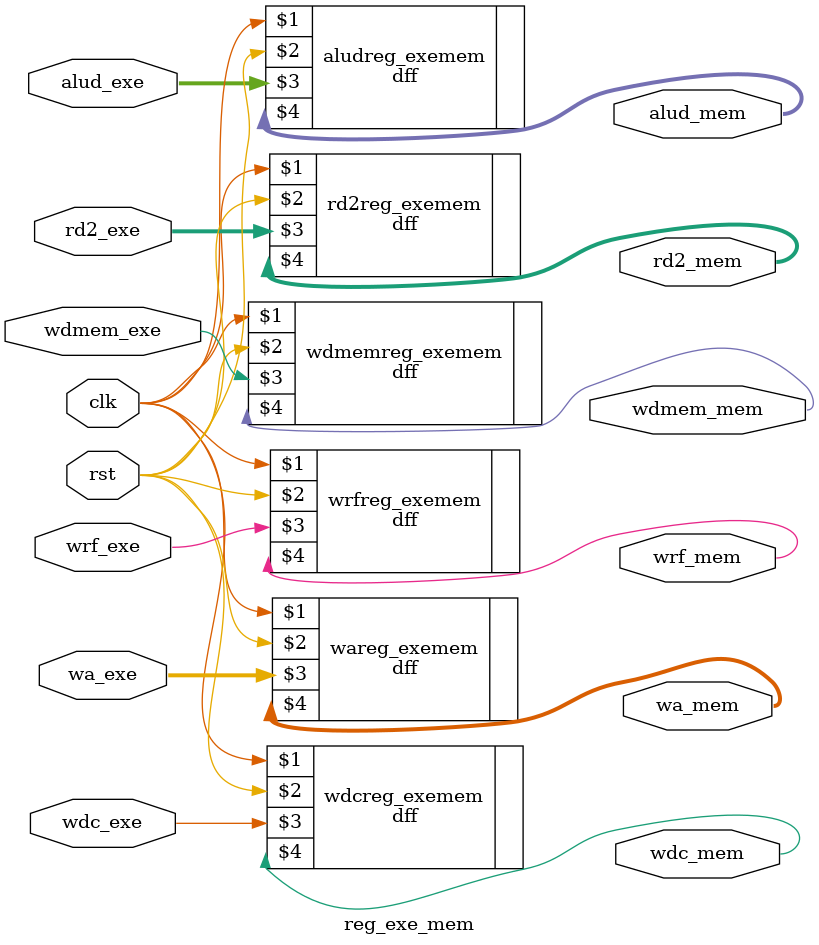
<source format=v>
`timescale 1ns / 1ps
module reg_exe_mem(
		input clk,
		input rst,
		input wrf_exe,
		input wdc_exe,
		input wdmem_exe,
		input [31:0] alud_exe,
		input [31:0] rd2_exe,
		input [4:0] wa_exe,
		output wrf_mem,
		output wdc_mem,
		output wdmem_mem,
		output [31:0] alud_mem,
		output [31:0] rd2_mem,
		output [4:0] wa_mem
    );

dff #(1)  wrfreg_exemem(clk, rst, wrf_exe, wrf_mem);
dff #(1)  wdcreg_exemem(clk, rst, wdc_exe, wdc_mem);
dff #(1)  wdmemreg_exemem(clk, rst, wdmem_exe, wdmem_mem);
dff #(32) aludreg_exemem(clk, rst, alud_exe, alud_mem);
dff #(32) rd2reg_exemem(clk, rst, rd2_exe, rd2_mem);
dff #(5)  wareg_exemem(clk, rst, wa_exe, wa_mem);
endmodule

</source>
